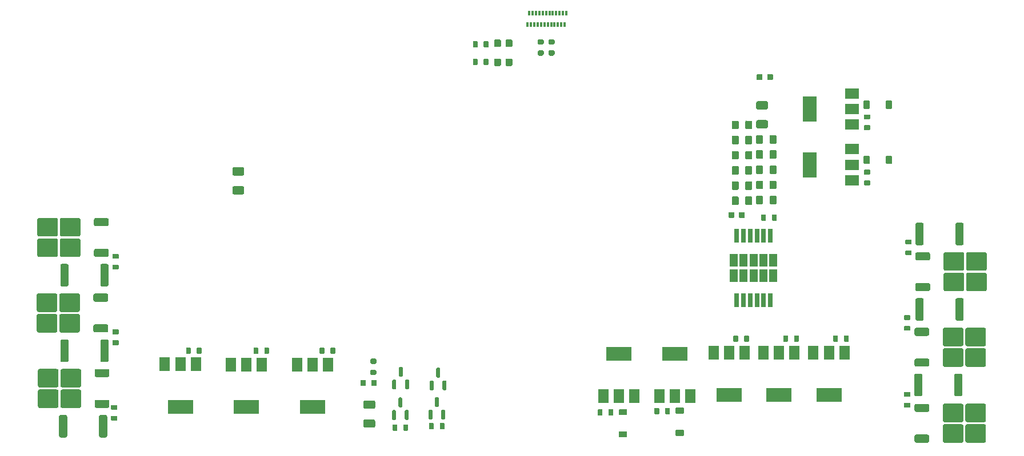
<source format=gtp>
G04 #@! TF.GenerationSoftware,KiCad,Pcbnew,7.0.10-7.0.10~ubuntu22.04.1*
G04 #@! TF.CreationDate,2024-02-03T13:28:10+00:00*
G04 #@! TF.ProjectId,lewycustom,6c657779-6375-4737-946f-6d2e6b696361,rev?*
G04 #@! TF.SameCoordinates,Original*
G04 #@! TF.FileFunction,Paste,Top*
G04 #@! TF.FilePolarity,Positive*
%FSLAX46Y46*%
G04 Gerber Fmt 4.6, Leading zero omitted, Abs format (unit mm)*
G04 Created by KiCad (PCBNEW 7.0.10-7.0.10~ubuntu22.04.1) date 2024-02-03 13:28:10*
%MOMM*%
%LPD*%
G01*
G04 APERTURE LIST*
%ADD10R,1.500000X2.000000*%
%ADD11R,3.800000X2.000000*%
%ADD12R,0.300000X0.700000*%
%ADD13R,1.160000X1.950000*%
%ADD14R,0.650000X2.000000*%
%ADD15R,2.000000X1.500000*%
%ADD16R,2.000000X3.800000*%
G04 APERTURE END LIST*
D10*
G04 #@! TO.C,Q1*
X29300000Y33600000D03*
X27000000Y33600000D03*
X24700000Y33600000D03*
D11*
X27000000Y27300000D03*
G04 #@! TD*
G04 #@! TO.C,C8*
G36*
G01*
X115320000Y60725000D02*
X115320000Y59675000D01*
G75*
G02*
X115220000Y59575000I-100000J0D01*
G01*
X114420000Y59575000D01*
G75*
G02*
X114320000Y59675000I0J100000D01*
G01*
X114320000Y60725000D01*
G75*
G02*
X114420000Y60825000I100000J0D01*
G01*
X115220000Y60825000D01*
G75*
G02*
X115320000Y60725000I0J-100000D01*
G01*
G37*
G36*
G01*
X113320000Y60725000D02*
X113320000Y59675000D01*
G75*
G02*
X113220000Y59575000I-100000J0D01*
G01*
X112420000Y59575000D01*
G75*
G02*
X112320000Y59675000I0J100000D01*
G01*
X112320000Y60725000D01*
G75*
G02*
X112420000Y60825000I100000J0D01*
G01*
X113220000Y60825000D01*
G75*
G02*
X113320000Y60725000I0J-100000D01*
G01*
G37*
G04 #@! TD*
G04 #@! TO.C,D5*
G36*
G01*
X64400000Y29725000D02*
X64100000Y29725000D01*
G75*
G02*
X63950000Y29875000I0J150000D01*
G01*
X63950000Y31050000D01*
G75*
G02*
X64100000Y31200000I150000J0D01*
G01*
X64400000Y31200000D01*
G75*
G02*
X64550000Y31050000I0J-150000D01*
G01*
X64550000Y29875000D01*
G75*
G02*
X64400000Y29725000I-150000J0D01*
G01*
G37*
G36*
G01*
X65350000Y31600000D02*
X65050000Y31600000D01*
G75*
G02*
X64900000Y31750000I0J150000D01*
G01*
X64900000Y32925000D01*
G75*
G02*
X65050000Y33075000I150000J0D01*
G01*
X65350000Y33075000D01*
G75*
G02*
X65500000Y32925000I0J-150000D01*
G01*
X65500000Y31750000D01*
G75*
G02*
X65350000Y31600000I-150000J0D01*
G01*
G37*
G36*
G01*
X66300000Y29725000D02*
X66000000Y29725000D01*
G75*
G02*
X65850000Y29875000I0J150000D01*
G01*
X65850000Y31050000D01*
G75*
G02*
X66000000Y31200000I150000J0D01*
G01*
X66300000Y31200000D01*
G75*
G02*
X66450000Y31050000I0J-150000D01*
G01*
X66450000Y29875000D01*
G75*
G02*
X66300000Y29725000I-150000J0D01*
G01*
G37*
G04 #@! TD*
G04 #@! TO.C,R22*
G36*
G01*
X16375000Y37025000D02*
X16375000Y34175000D01*
G75*
G02*
X16125000Y33925000I-250000J0D01*
G01*
X15400000Y33925000D01*
G75*
G02*
X15150000Y34175000I0J250000D01*
G01*
X15150000Y37025000D01*
G75*
G02*
X15400000Y37275000I250000J0D01*
G01*
X16125000Y37275000D01*
G75*
G02*
X16375000Y37025000I0J-250000D01*
G01*
G37*
G36*
G01*
X10450000Y37025000D02*
X10450000Y34175000D01*
G75*
G02*
X10200000Y33925000I-250000J0D01*
G01*
X9475000Y33925000D01*
G75*
G02*
X9225000Y34175000I0J250000D01*
G01*
X9225000Y37025000D01*
G75*
G02*
X9475000Y37275000I250000J0D01*
G01*
X10200000Y37275000D01*
G75*
G02*
X10450000Y37025000I0J-250000D01*
G01*
G37*
G04 #@! TD*
G04 #@! TO.C,R5*
G36*
G01*
X115370000Y55740000D02*
X115370000Y54960000D01*
G75*
G02*
X115300000Y54890000I-70000J0D01*
G01*
X114740000Y54890000D01*
G75*
G02*
X114670000Y54960000I0J70000D01*
G01*
X114670000Y55740000D01*
G75*
G02*
X114740000Y55810000I70000J0D01*
G01*
X115300000Y55810000D01*
G75*
G02*
X115370000Y55740000I0J-70000D01*
G01*
G37*
G36*
G01*
X113770000Y55740000D02*
X113770000Y54960000D01*
G75*
G02*
X113700000Y54890000I-70000J0D01*
G01*
X113140000Y54890000D01*
G75*
G02*
X113070000Y54960000I0J70000D01*
G01*
X113070000Y55740000D01*
G75*
G02*
X113140000Y55810000I70000J0D01*
G01*
X113700000Y55810000D01*
G75*
G02*
X113770000Y55740000I0J-70000D01*
G01*
G37*
G04 #@! TD*
G04 #@! TO.C,D6*
G36*
G01*
X58850000Y29862500D02*
X58550000Y29862500D01*
G75*
G02*
X58400000Y30012500I0J150000D01*
G01*
X58400000Y31187500D01*
G75*
G02*
X58550000Y31337500I150000J0D01*
G01*
X58850000Y31337500D01*
G75*
G02*
X59000000Y31187500I0J-150000D01*
G01*
X59000000Y30012500D01*
G75*
G02*
X58850000Y29862500I-150000J0D01*
G01*
G37*
G36*
G01*
X59800000Y31737500D02*
X59500000Y31737500D01*
G75*
G02*
X59350000Y31887500I0J150000D01*
G01*
X59350000Y33062500D01*
G75*
G02*
X59500000Y33212500I150000J0D01*
G01*
X59800000Y33212500D01*
G75*
G02*
X59950000Y33062500I0J-150000D01*
G01*
X59950000Y31887500D01*
G75*
G02*
X59800000Y31737500I-150000J0D01*
G01*
G37*
G36*
G01*
X60750000Y29862500D02*
X60450000Y29862500D01*
G75*
G02*
X60300000Y30012500I0J150000D01*
G01*
X60300000Y31187500D01*
G75*
G02*
X60450000Y31337500I150000J0D01*
G01*
X60750000Y31337500D01*
G75*
G02*
X60900000Y31187500I0J-150000D01*
G01*
X60900000Y30012500D01*
G75*
G02*
X60750000Y29862500I-150000J0D01*
G01*
G37*
G04 #@! TD*
G04 #@! TO.C,R4*
G36*
G01*
X80675000Y79375000D02*
X80125000Y79375000D01*
G75*
G02*
X79925000Y79575000I0J200000D01*
G01*
X79925000Y79975000D01*
G75*
G02*
X80125000Y80175000I200000J0D01*
G01*
X80675000Y80175000D01*
G75*
G02*
X80875000Y79975000I0J-200000D01*
G01*
X80875000Y79575000D01*
G75*
G02*
X80675000Y79375000I-200000J0D01*
G01*
G37*
G36*
G01*
X80675000Y81025000D02*
X80125000Y81025000D01*
G75*
G02*
X79925000Y81225000I0J200000D01*
G01*
X79925000Y81625000D01*
G75*
G02*
X80125000Y81825000I200000J0D01*
G01*
X80675000Y81825000D01*
G75*
G02*
X80875000Y81625000I0J-200000D01*
G01*
X80875000Y81225000D01*
G75*
G02*
X80675000Y81025000I-200000J0D01*
G01*
G37*
G04 #@! TD*
G04 #@! TO.C,D7*
G36*
G01*
X76199999Y78849998D02*
X76199999Y77949998D01*
G75*
G02*
X76099999Y77849998I-100000J0D01*
G01*
X75299999Y77849998D01*
G75*
G02*
X75199999Y77949998I0J100000D01*
G01*
X75199999Y78849998D01*
G75*
G02*
X75299999Y78949998I100000J0D01*
G01*
X76099999Y78949998D01*
G75*
G02*
X76199999Y78849998I0J-100000D01*
G01*
G37*
G36*
G01*
X74499999Y78849998D02*
X74499999Y77949998D01*
G75*
G02*
X74399999Y77849998I-100000J0D01*
G01*
X73599999Y77849998D01*
G75*
G02*
X73499999Y77949998I0J100000D01*
G01*
X73499999Y78849998D01*
G75*
G02*
X73599999Y78949998I100000J0D01*
G01*
X74399999Y78949998D01*
G75*
G02*
X74499999Y78849998I0J-100000D01*
G01*
G37*
G04 #@! TD*
G04 #@! TO.C,C1*
G36*
G01*
X108720000Y68575000D02*
X108720000Y69625000D01*
G75*
G02*
X108820000Y69725000I100000J0D01*
G01*
X109620000Y69725000D01*
G75*
G02*
X109720000Y69625000I0J-100000D01*
G01*
X109720000Y68575000D01*
G75*
G02*
X109620000Y68475000I-100000J0D01*
G01*
X108820000Y68475000D01*
G75*
G02*
X108720000Y68575000I0J100000D01*
G01*
G37*
G36*
G01*
X110720000Y68575000D02*
X110720000Y69625000D01*
G75*
G02*
X110820000Y69725000I100000J0D01*
G01*
X111620000Y69725000D01*
G75*
G02*
X111720000Y69625000I0J-100000D01*
G01*
X111720000Y68575000D01*
G75*
G02*
X111620000Y68475000I-100000J0D01*
G01*
X110820000Y68475000D01*
G75*
G02*
X110720000Y68575000I0J100000D01*
G01*
G37*
G04 #@! TD*
G04 #@! TO.C,C5*
G36*
G01*
X108720000Y59575000D02*
X108720000Y60625000D01*
G75*
G02*
X108820000Y60725000I100000J0D01*
G01*
X109620000Y60725000D01*
G75*
G02*
X109720000Y60625000I0J-100000D01*
G01*
X109720000Y59575000D01*
G75*
G02*
X109620000Y59475000I-100000J0D01*
G01*
X108820000Y59475000D01*
G75*
G02*
X108720000Y59575000I0J100000D01*
G01*
G37*
G36*
G01*
X110720000Y59575000D02*
X110720000Y60625000D01*
G75*
G02*
X110820000Y60725000I100000J0D01*
G01*
X111620000Y60725000D01*
G75*
G02*
X111720000Y60625000I0J-100000D01*
G01*
X111720000Y59575000D01*
G75*
G02*
X111620000Y59475000I-100000J0D01*
G01*
X110820000Y59475000D01*
G75*
G02*
X110720000Y59575000I0J100000D01*
G01*
G37*
G04 #@! TD*
G04 #@! TO.C,R19*
G36*
G01*
X17010000Y38750000D02*
X17790000Y38750000D01*
G75*
G02*
X17860000Y38680000I0J-70000D01*
G01*
X17860000Y38120000D01*
G75*
G02*
X17790000Y38050000I-70000J0D01*
G01*
X17010000Y38050000D01*
G75*
G02*
X16940000Y38120000I0J70000D01*
G01*
X16940000Y38680000D01*
G75*
G02*
X17010000Y38750000I70000J0D01*
G01*
G37*
G36*
G01*
X17010000Y37150000D02*
X17790000Y37150000D01*
G75*
G02*
X17860000Y37080000I0J-70000D01*
G01*
X17860000Y36520000D01*
G75*
G02*
X17790000Y36450000I-70000J0D01*
G01*
X17010000Y36450000D01*
G75*
G02*
X16940000Y36520000I0J70000D01*
G01*
X16940000Y37080000D01*
G75*
G02*
X17010000Y37150000I70000J0D01*
G01*
G37*
G04 #@! TD*
G04 #@! TO.C,R17*
G36*
G01*
X135925000Y51495000D02*
X135925000Y54345000D01*
G75*
G02*
X136175000Y54595000I250000J0D01*
G01*
X136900000Y54595000D01*
G75*
G02*
X137150000Y54345000I0J-250000D01*
G01*
X137150000Y51495000D01*
G75*
G02*
X136900000Y51245000I-250000J0D01*
G01*
X136175000Y51245000D01*
G75*
G02*
X135925000Y51495000I0J250000D01*
G01*
G37*
G36*
G01*
X141850000Y51495000D02*
X141850000Y54345000D01*
G75*
G02*
X142100000Y54595000I250000J0D01*
G01*
X142825000Y54595000D01*
G75*
G02*
X143075000Y54345000I0J-250000D01*
G01*
X143075000Y51495000D01*
G75*
G02*
X142825000Y51245000I-250000J0D01*
G01*
X142100000Y51245000D01*
G75*
G02*
X141850000Y51495000I0J250000D01*
G01*
G37*
G04 #@! TD*
G04 #@! TO.C,R8*
G36*
G01*
X37850000Y35210000D02*
X37850000Y35990000D01*
G75*
G02*
X37920000Y36060000I70000J0D01*
G01*
X38480000Y36060000D01*
G75*
G02*
X38550000Y35990000I0J-70000D01*
G01*
X38550000Y35210000D01*
G75*
G02*
X38480000Y35140000I-70000J0D01*
G01*
X37920000Y35140000D01*
G75*
G02*
X37850000Y35210000I0J70000D01*
G01*
G37*
G36*
G01*
X39450000Y35210000D02*
X39450000Y35990000D01*
G75*
G02*
X39520000Y36060000I70000J0D01*
G01*
X40080000Y36060000D01*
G75*
G02*
X40150000Y35990000I0J-70000D01*
G01*
X40150000Y35210000D01*
G75*
G02*
X40080000Y35140000I-70000J0D01*
G01*
X39520000Y35140000D01*
G75*
G02*
X39450000Y35210000I0J70000D01*
G01*
G37*
G04 #@! TD*
G04 #@! TO.C,C11*
G36*
G01*
X115320000Y67475000D02*
X115320000Y66425000D01*
G75*
G02*
X115220000Y66325000I-100000J0D01*
G01*
X114420000Y66325000D01*
G75*
G02*
X114320000Y66425000I0J100000D01*
G01*
X114320000Y67475000D01*
G75*
G02*
X114420000Y67575000I100000J0D01*
G01*
X115220000Y67575000D01*
G75*
G02*
X115320000Y67475000I0J-100000D01*
G01*
G37*
G36*
G01*
X113320000Y67475000D02*
X113320000Y66425000D01*
G75*
G02*
X113220000Y66325000I-100000J0D01*
G01*
X112420000Y66325000D01*
G75*
G02*
X112320000Y66425000I0J100000D01*
G01*
X112320000Y67475000D01*
G75*
G02*
X112420000Y67575000I100000J0D01*
G01*
X113220000Y67575000D01*
G75*
G02*
X113320000Y67475000I0J-100000D01*
G01*
G37*
G04 #@! TD*
G04 #@! TO.C,R23*
G36*
G01*
X16175000Y25825000D02*
X16175000Y22975000D01*
G75*
G02*
X15925000Y22725000I-250000J0D01*
G01*
X15200000Y22725000D01*
G75*
G02*
X14950000Y22975000I0J250000D01*
G01*
X14950000Y25825000D01*
G75*
G02*
X15200000Y26075000I250000J0D01*
G01*
X15925000Y26075000D01*
G75*
G02*
X16175000Y25825000I0J-250000D01*
G01*
G37*
G36*
G01*
X10250000Y25825000D02*
X10250000Y22975000D01*
G75*
G02*
X10000000Y22725000I-250000J0D01*
G01*
X9275000Y22725000D01*
G75*
G02*
X9025000Y22975000I0J250000D01*
G01*
X9025000Y25825000D01*
G75*
G02*
X9275000Y26075000I250000J0D01*
G01*
X10000000Y26075000D01*
G75*
G02*
X10250000Y25825000I0J-250000D01*
G01*
G37*
G04 #@! TD*
G04 #@! TO.C,R16*
G36*
G01*
X135925000Y40295000D02*
X135925000Y43145000D01*
G75*
G02*
X136175000Y43395000I250000J0D01*
G01*
X136900000Y43395000D01*
G75*
G02*
X137150000Y43145000I0J-250000D01*
G01*
X137150000Y40295000D01*
G75*
G02*
X136900000Y40045000I-250000J0D01*
G01*
X136175000Y40045000D01*
G75*
G02*
X135925000Y40295000I0J250000D01*
G01*
G37*
G36*
G01*
X141850000Y40295000D02*
X141850000Y43145000D01*
G75*
G02*
X142100000Y43395000I250000J0D01*
G01*
X142825000Y43395000D01*
G75*
G02*
X143075000Y43145000I0J-250000D01*
G01*
X143075000Y40295000D01*
G75*
G02*
X142825000Y40045000I-250000J0D01*
G01*
X142100000Y40045000D01*
G75*
G02*
X141850000Y40295000I0J250000D01*
G01*
G37*
G04 #@! TD*
D10*
G04 #@! TO.C,Q4*
X118000000Y35350000D03*
X115700000Y35350000D03*
X113400000Y35350000D03*
D11*
X115700000Y29050000D03*
G04 #@! TD*
G04 #@! TO.C,C3*
G36*
G01*
X108720000Y64075000D02*
X108720000Y65125000D01*
G75*
G02*
X108820000Y65225000I100000J0D01*
G01*
X109620000Y65225000D01*
G75*
G02*
X109720000Y65125000I0J-100000D01*
G01*
X109720000Y64075000D01*
G75*
G02*
X109620000Y63975000I-100000J0D01*
G01*
X108820000Y63975000D01*
G75*
G02*
X108720000Y64075000I0J100000D01*
G01*
G37*
G36*
G01*
X110720000Y64075000D02*
X110720000Y65125000D01*
G75*
G02*
X110820000Y65225000I100000J0D01*
G01*
X111620000Y65225000D01*
G75*
G02*
X111720000Y65125000I0J-100000D01*
G01*
X111720000Y64075000D01*
G75*
G02*
X111620000Y63975000I-100000J0D01*
G01*
X110820000Y63975000D01*
G75*
G02*
X110720000Y64075000I0J100000D01*
G01*
G37*
G04 #@! TD*
D10*
G04 #@! TO.C,Q5*
X48900000Y33550000D03*
X46600000Y33550000D03*
X44300000Y33550000D03*
D11*
X46600000Y27250000D03*
G04 #@! TD*
G04 #@! TO.C,C2*
G36*
G01*
X108720000Y66325000D02*
X108720000Y67375000D01*
G75*
G02*
X108820000Y67475000I100000J0D01*
G01*
X109620000Y67475000D01*
G75*
G02*
X109720000Y67375000I0J-100000D01*
G01*
X109720000Y66325000D01*
G75*
G02*
X109620000Y66225000I-100000J0D01*
G01*
X108820000Y66225000D01*
G75*
G02*
X108720000Y66325000I0J100000D01*
G01*
G37*
G36*
G01*
X110720000Y66325000D02*
X110720000Y67375000D01*
G75*
G02*
X110820000Y67475000I100000J0D01*
G01*
X111620000Y67475000D01*
G75*
G02*
X111720000Y67375000I0J-100000D01*
G01*
X111720000Y66325000D01*
G75*
G02*
X111620000Y66225000I-100000J0D01*
G01*
X110820000Y66225000D01*
G75*
G02*
X110720000Y66325000I0J100000D01*
G01*
G37*
G04 #@! TD*
G04 #@! TO.C,R12*
G36*
G01*
X135090000Y27170000D02*
X134310000Y27170000D01*
G75*
G02*
X134240000Y27240000I0J70000D01*
G01*
X134240000Y27800000D01*
G75*
G02*
X134310000Y27870000I70000J0D01*
G01*
X135090000Y27870000D01*
G75*
G02*
X135160000Y27800000I0J-70000D01*
G01*
X135160000Y27240000D01*
G75*
G02*
X135090000Y27170000I-70000J0D01*
G01*
G37*
G36*
G01*
X135090000Y28770000D02*
X134310000Y28770000D01*
G75*
G02*
X134240000Y28840000I0J70000D01*
G01*
X134240000Y29400000D01*
G75*
G02*
X134310000Y29470000I70000J0D01*
G01*
X135090000Y29470000D01*
G75*
G02*
X135160000Y29400000I0J-70000D01*
G01*
X135160000Y28840000D01*
G75*
G02*
X135090000Y28770000I-70000J0D01*
G01*
G37*
G04 #@! TD*
D10*
G04 #@! TO.C,Q6*
X110600000Y35350000D03*
X108300000Y35350000D03*
X106000000Y35350000D03*
D11*
X108300000Y29050000D03*
G04 #@! TD*
G04 #@! TO.C,Q18*
G36*
G01*
X58800000Y25325000D02*
X58500000Y25325000D01*
G75*
G02*
X58350000Y25475000I0J150000D01*
G01*
X58350000Y26650000D01*
G75*
G02*
X58500000Y26800000I150000J0D01*
G01*
X58800000Y26800000D01*
G75*
G02*
X58950000Y26650000I0J-150000D01*
G01*
X58950000Y25475000D01*
G75*
G02*
X58800000Y25325000I-150000J0D01*
G01*
G37*
G36*
G01*
X59750000Y27200000D02*
X59450000Y27200000D01*
G75*
G02*
X59300000Y27350000I0J150000D01*
G01*
X59300000Y28525000D01*
G75*
G02*
X59450000Y28675000I150000J0D01*
G01*
X59750000Y28675000D01*
G75*
G02*
X59900000Y28525000I0J-150000D01*
G01*
X59900000Y27350000D01*
G75*
G02*
X59750000Y27200000I-150000J0D01*
G01*
G37*
G36*
G01*
X60700000Y25325000D02*
X60400000Y25325000D01*
G75*
G02*
X60250000Y25475000I0J150000D01*
G01*
X60250000Y26650000D01*
G75*
G02*
X60400000Y26800000I150000J0D01*
G01*
X60700000Y26800000D01*
G75*
G02*
X60850000Y26650000I0J-150000D01*
G01*
X60850000Y25475000D01*
G75*
G02*
X60700000Y25325000I-150000J0D01*
G01*
G37*
G04 #@! TD*
G04 #@! TO.C,Q9*
G36*
G01*
X135900000Y49250000D02*
X135900000Y49950000D01*
G75*
G02*
X136150000Y50200000I250000J0D01*
G01*
X137850000Y50200000D01*
G75*
G02*
X138100000Y49950000I0J-250000D01*
G01*
X138100000Y49250000D01*
G75*
G02*
X137850000Y49000000I-250000J0D01*
G01*
X136150000Y49000000D01*
G75*
G02*
X135900000Y49250000I0J250000D01*
G01*
G37*
G36*
G01*
X140100000Y47720000D02*
X140100000Y49970000D01*
G75*
G02*
X140350000Y50220000I250000J0D01*
G01*
X142900000Y50220000D01*
G75*
G02*
X143150000Y49970000I0J-250000D01*
G01*
X143150000Y47720000D01*
G75*
G02*
X142900000Y47470000I-250000J0D01*
G01*
X140350000Y47470000D01*
G75*
G02*
X140100000Y47720000I0J250000D01*
G01*
G37*
G36*
G01*
X140100000Y44670000D02*
X140100000Y46920000D01*
G75*
G02*
X140350000Y47170000I250000J0D01*
G01*
X142900000Y47170000D01*
G75*
G02*
X143150000Y46920000I0J-250000D01*
G01*
X143150000Y44670000D01*
G75*
G02*
X142900000Y44420000I-250000J0D01*
G01*
X140350000Y44420000D01*
G75*
G02*
X140100000Y44670000I0J250000D01*
G01*
G37*
G36*
G01*
X143450000Y47720000D02*
X143450000Y49970000D01*
G75*
G02*
X143700000Y50220000I250000J0D01*
G01*
X146250000Y50220000D01*
G75*
G02*
X146500000Y49970000I0J-250000D01*
G01*
X146500000Y47720000D01*
G75*
G02*
X146250000Y47470000I-250000J0D01*
G01*
X143700000Y47470000D01*
G75*
G02*
X143450000Y47720000I0J250000D01*
G01*
G37*
G36*
G01*
X143450000Y44670000D02*
X143450000Y46920000D01*
G75*
G02*
X143700000Y47170000I250000J0D01*
G01*
X146250000Y47170000D01*
G75*
G02*
X146500000Y46920000I0J-250000D01*
G01*
X146500000Y44670000D01*
G75*
G02*
X146250000Y44420000I-250000J0D01*
G01*
X143700000Y44420000D01*
G75*
G02*
X143450000Y44670000I0J250000D01*
G01*
G37*
G36*
G01*
X135900000Y44690000D02*
X135900000Y45390000D01*
G75*
G02*
X136150000Y45640000I250000J0D01*
G01*
X137850000Y45640000D01*
G75*
G02*
X138100000Y45390000I0J-250000D01*
G01*
X138100000Y44690000D01*
G75*
G02*
X137850000Y44440000I-250000J0D01*
G01*
X136150000Y44440000D01*
G75*
G02*
X135900000Y44690000I0J250000D01*
G01*
G37*
G04 #@! TD*
D12*
G04 #@! TO.C,J3*
X83950000Y83980000D03*
X83450000Y83980000D03*
X82950000Y83980000D03*
X82450000Y83980000D03*
X81950000Y83980000D03*
X81450000Y83980000D03*
X80950000Y83980000D03*
X80450000Y83980000D03*
X79950000Y83980000D03*
X79450000Y83980000D03*
X78950000Y83980000D03*
X78450000Y83980000D03*
X78700000Y85680000D03*
X79200000Y85680000D03*
X79700000Y85680000D03*
X80200000Y85680000D03*
X80700000Y85680000D03*
X81200000Y85680000D03*
X81700000Y85680000D03*
X82200000Y85680000D03*
X82700000Y85680000D03*
X83200000Y85680000D03*
X83700000Y85680000D03*
X84200000Y85680000D03*
G04 #@! TD*
G04 #@! TO.C,R26*
G36*
G01*
X128360000Y62450000D02*
X129140000Y62450000D01*
G75*
G02*
X129210000Y62380000I0J-70000D01*
G01*
X129210000Y61820000D01*
G75*
G02*
X129140000Y61750000I-70000J0D01*
G01*
X128360000Y61750000D01*
G75*
G02*
X128290000Y61820000I0J70000D01*
G01*
X128290000Y62380000D01*
G75*
G02*
X128360000Y62450000I70000J0D01*
G01*
G37*
G36*
G01*
X128360000Y60850000D02*
X129140000Y60850000D01*
G75*
G02*
X129210000Y60780000I0J-70000D01*
G01*
X129210000Y60220000D01*
G75*
G02*
X129140000Y60150000I-70000J0D01*
G01*
X128360000Y60150000D01*
G75*
G02*
X128290000Y60220000I0J70000D01*
G01*
X128290000Y60780000D01*
G75*
G02*
X128360000Y60850000I70000J0D01*
G01*
G37*
G04 #@! TD*
G04 #@! TO.C,R13*
G36*
G01*
X135090000Y38570000D02*
X134310000Y38570000D01*
G75*
G02*
X134240000Y38640000I0J70000D01*
G01*
X134240000Y39200000D01*
G75*
G02*
X134310000Y39270000I70000J0D01*
G01*
X135090000Y39270000D01*
G75*
G02*
X135160000Y39200000I0J-70000D01*
G01*
X135160000Y38640000D01*
G75*
G02*
X135090000Y38570000I-70000J0D01*
G01*
G37*
G36*
G01*
X135090000Y40170000D02*
X134310000Y40170000D01*
G75*
G02*
X134240000Y40240000I0J70000D01*
G01*
X134240000Y40800000D01*
G75*
G02*
X134310000Y40870000I70000J0D01*
G01*
X135090000Y40870000D01*
G75*
G02*
X135160000Y40800000I0J-70000D01*
G01*
X135160000Y40240000D01*
G75*
G02*
X135090000Y40170000I-70000J0D01*
G01*
G37*
G04 #@! TD*
G04 #@! TO.C,D4*
G36*
G01*
X128250000Y71590000D02*
X128250000Y72610000D01*
G75*
G02*
X128340000Y72700000I90000J0D01*
G01*
X129060000Y72700000D01*
G75*
G02*
X129150000Y72610000I0J-90000D01*
G01*
X129150000Y71590000D01*
G75*
G02*
X129060000Y71500000I-90000J0D01*
G01*
X128340000Y71500000D01*
G75*
G02*
X128250000Y71590000I0J90000D01*
G01*
G37*
G36*
G01*
X131550000Y71590000D02*
X131550000Y72610000D01*
G75*
G02*
X131640000Y72700000I90000J0D01*
G01*
X132360000Y72700000D01*
G75*
G02*
X132450000Y72610000I0J-90000D01*
G01*
X132450000Y71590000D01*
G75*
G02*
X132360000Y71500000I-90000J0D01*
G01*
X131640000Y71500000D01*
G75*
G02*
X131550000Y71590000I0J90000D01*
G01*
G37*
G04 #@! TD*
G04 #@! TO.C,Q7*
G36*
G01*
X135775000Y26775000D02*
X135775000Y27475000D01*
G75*
G02*
X136025000Y27725000I250000J0D01*
G01*
X137725000Y27725000D01*
G75*
G02*
X137975000Y27475000I0J-250000D01*
G01*
X137975000Y26775000D01*
G75*
G02*
X137725000Y26525000I-250000J0D01*
G01*
X136025000Y26525000D01*
G75*
G02*
X135775000Y26775000I0J250000D01*
G01*
G37*
G36*
G01*
X139975000Y25245000D02*
X139975000Y27495000D01*
G75*
G02*
X140225000Y27745000I250000J0D01*
G01*
X142775000Y27745000D01*
G75*
G02*
X143025000Y27495000I0J-250000D01*
G01*
X143025000Y25245000D01*
G75*
G02*
X142775000Y24995000I-250000J0D01*
G01*
X140225000Y24995000D01*
G75*
G02*
X139975000Y25245000I0J250000D01*
G01*
G37*
G36*
G01*
X139975000Y22195000D02*
X139975000Y24445000D01*
G75*
G02*
X140225000Y24695000I250000J0D01*
G01*
X142775000Y24695000D01*
G75*
G02*
X143025000Y24445000I0J-250000D01*
G01*
X143025000Y22195000D01*
G75*
G02*
X142775000Y21945000I-250000J0D01*
G01*
X140225000Y21945000D01*
G75*
G02*
X139975000Y22195000I0J250000D01*
G01*
G37*
G36*
G01*
X143325000Y25245000D02*
X143325000Y27495000D01*
G75*
G02*
X143575000Y27745000I250000J0D01*
G01*
X146125000Y27745000D01*
G75*
G02*
X146375000Y27495000I0J-250000D01*
G01*
X146375000Y25245000D01*
G75*
G02*
X146125000Y24995000I-250000J0D01*
G01*
X143575000Y24995000D01*
G75*
G02*
X143325000Y25245000I0J250000D01*
G01*
G37*
G36*
G01*
X143325000Y22195000D02*
X143325000Y24445000D01*
G75*
G02*
X143575000Y24695000I250000J0D01*
G01*
X146125000Y24695000D01*
G75*
G02*
X146375000Y24445000I0J-250000D01*
G01*
X146375000Y22195000D01*
G75*
G02*
X146125000Y21945000I-250000J0D01*
G01*
X143575000Y21945000D01*
G75*
G02*
X143325000Y22195000I0J250000D01*
G01*
G37*
G36*
G01*
X135775000Y22215000D02*
X135775000Y22915000D01*
G75*
G02*
X136025000Y23165000I250000J0D01*
G01*
X137725000Y23165000D01*
G75*
G02*
X137975000Y22915000I0J-250000D01*
G01*
X137975000Y22215000D01*
G75*
G02*
X137725000Y21965000I-250000J0D01*
G01*
X136025000Y21965000D01*
G75*
G02*
X135775000Y22215000I0J250000D01*
G01*
G37*
G04 #@! TD*
G04 #@! TO.C,R25*
G36*
G01*
X99550000Y27040000D02*
X99550000Y26260000D01*
G75*
G02*
X99480000Y26190000I-70000J0D01*
G01*
X98920000Y26190000D01*
G75*
G02*
X98850000Y26260000I0J70000D01*
G01*
X98850000Y27040000D01*
G75*
G02*
X98920000Y27110000I70000J0D01*
G01*
X99480000Y27110000D01*
G75*
G02*
X99550000Y27040000I0J-70000D01*
G01*
G37*
G36*
G01*
X97950000Y27040000D02*
X97950000Y26260000D01*
G75*
G02*
X97880000Y26190000I-70000J0D01*
G01*
X97320000Y26190000D01*
G75*
G02*
X97250000Y26260000I0J70000D01*
G01*
X97250000Y27040000D01*
G75*
G02*
X97320000Y27110000I70000J0D01*
G01*
X97880000Y27110000D01*
G75*
G02*
X97950000Y27040000I0J-70000D01*
G01*
G37*
G04 #@! TD*
G04 #@! TO.C,R30*
G36*
G01*
X72650000Y78840000D02*
X72650000Y78060000D01*
G75*
G02*
X72580000Y77990000I-70000J0D01*
G01*
X72020000Y77990000D01*
G75*
G02*
X71950000Y78060000I0J70000D01*
G01*
X71950000Y78840000D01*
G75*
G02*
X72020000Y78910000I70000J0D01*
G01*
X72580000Y78910000D01*
G75*
G02*
X72650000Y78840000I0J-70000D01*
G01*
G37*
G36*
G01*
X71050000Y78840000D02*
X71050000Y78060000D01*
G75*
G02*
X70980000Y77990000I-70000J0D01*
G01*
X70420000Y77990000D01*
G75*
G02*
X70350000Y78060000I0J70000D01*
G01*
X70350000Y78840000D01*
G75*
G02*
X70420000Y78910000I70000J0D01*
G01*
X70980000Y78910000D01*
G75*
G02*
X71050000Y78840000I0J-70000D01*
G01*
G37*
G04 #@! TD*
D13*
G04 #@! TO.C,U2*
X114860000Y49000000D03*
X113400000Y49000000D03*
X111940000Y49000000D03*
X110480000Y49000000D03*
X109020000Y49000000D03*
X114860000Y46750000D03*
X113400000Y46750000D03*
X111940000Y46750000D03*
X110480000Y46750000D03*
X109020000Y46750000D03*
D14*
X114440000Y52675000D03*
X113440000Y52675000D03*
X112440000Y52675000D03*
X111440000Y52675000D03*
X110440000Y52675000D03*
X109440000Y52675000D03*
X109440000Y43075000D03*
X110440000Y43075000D03*
X111440000Y43075000D03*
X112440000Y43075000D03*
X113440000Y43075000D03*
X114440000Y43075000D03*
G04 #@! TD*
G04 #@! TO.C,R6*
G36*
G01*
X27850000Y35210000D02*
X27850000Y35990000D01*
G75*
G02*
X27920000Y36060000I70000J0D01*
G01*
X28480000Y36060000D01*
G75*
G02*
X28550000Y35990000I0J-70000D01*
G01*
X28550000Y35210000D01*
G75*
G02*
X28480000Y35140000I-70000J0D01*
G01*
X27920000Y35140000D01*
G75*
G02*
X27850000Y35210000I0J70000D01*
G01*
G37*
G36*
G01*
X29450000Y35210000D02*
X29450000Y35990000D01*
G75*
G02*
X29520000Y36060000I70000J0D01*
G01*
X30080000Y36060000D01*
G75*
G02*
X30150000Y35990000I0J-70000D01*
G01*
X30150000Y35210000D01*
G75*
G02*
X30080000Y35140000I-70000J0D01*
G01*
X29520000Y35140000D01*
G75*
G02*
X29450000Y35210000I0J70000D01*
G01*
G37*
G04 #@! TD*
G04 #@! TO.C,Q11*
G36*
G01*
X16325000Y39270000D02*
X16325000Y38570000D01*
G75*
G02*
X16075000Y38320000I-250000J0D01*
G01*
X14375000Y38320000D01*
G75*
G02*
X14125000Y38570000I0J250000D01*
G01*
X14125000Y39270000D01*
G75*
G02*
X14375000Y39520000I250000J0D01*
G01*
X16075000Y39520000D01*
G75*
G02*
X16325000Y39270000I0J-250000D01*
G01*
G37*
G36*
G01*
X12125000Y40800000D02*
X12125000Y38550000D01*
G75*
G02*
X11875000Y38300000I-250000J0D01*
G01*
X9325000Y38300000D01*
G75*
G02*
X9075000Y38550000I0J250000D01*
G01*
X9075000Y40800000D01*
G75*
G02*
X9325000Y41050000I250000J0D01*
G01*
X11875000Y41050000D01*
G75*
G02*
X12125000Y40800000I0J-250000D01*
G01*
G37*
G36*
G01*
X12125000Y43850000D02*
X12125000Y41600000D01*
G75*
G02*
X11875000Y41350000I-250000J0D01*
G01*
X9325000Y41350000D01*
G75*
G02*
X9075000Y41600000I0J250000D01*
G01*
X9075000Y43850000D01*
G75*
G02*
X9325000Y44100000I250000J0D01*
G01*
X11875000Y44100000D01*
G75*
G02*
X12125000Y43850000I0J-250000D01*
G01*
G37*
G36*
G01*
X8775000Y40800000D02*
X8775000Y38550000D01*
G75*
G02*
X8525000Y38300000I-250000J0D01*
G01*
X5975000Y38300000D01*
G75*
G02*
X5725000Y38550000I0J250000D01*
G01*
X5725000Y40800000D01*
G75*
G02*
X5975000Y41050000I250000J0D01*
G01*
X8525000Y41050000D01*
G75*
G02*
X8775000Y40800000I0J-250000D01*
G01*
G37*
G36*
G01*
X8775000Y43850000D02*
X8775000Y41600000D01*
G75*
G02*
X8525000Y41350000I-250000J0D01*
G01*
X5975000Y41350000D01*
G75*
G02*
X5725000Y41600000I0J250000D01*
G01*
X5725000Y43850000D01*
G75*
G02*
X5975000Y44100000I250000J0D01*
G01*
X8525000Y44100000D01*
G75*
G02*
X8775000Y43850000I0J-250000D01*
G01*
G37*
G36*
G01*
X16325000Y43830000D02*
X16325000Y43130000D01*
G75*
G02*
X16075000Y42880000I-250000J0D01*
G01*
X14375000Y42880000D01*
G75*
G02*
X14125000Y43130000I0J250000D01*
G01*
X14125000Y43830000D01*
G75*
G02*
X14375000Y44080000I250000J0D01*
G01*
X16075000Y44080000D01*
G75*
G02*
X16325000Y43830000I0J-250000D01*
G01*
G37*
G04 #@! TD*
D10*
G04 #@! TO.C,Q2*
X125400000Y35350000D03*
X123100000Y35350000D03*
X120800000Y35350000D03*
D11*
X123100000Y29050000D03*
G04 #@! TD*
G04 #@! TO.C,R24*
G36*
G01*
X91150000Y26840000D02*
X91150000Y26060000D01*
G75*
G02*
X91080000Y25990000I-70000J0D01*
G01*
X90520000Y25990000D01*
G75*
G02*
X90450000Y26060000I0J70000D01*
G01*
X90450000Y26840000D01*
G75*
G02*
X90520000Y26910000I70000J0D01*
G01*
X91080000Y26910000D01*
G75*
G02*
X91150000Y26840000I0J-70000D01*
G01*
G37*
G36*
G01*
X89550000Y26840000D02*
X89550000Y26060000D01*
G75*
G02*
X89480000Y25990000I-70000J0D01*
G01*
X88920000Y25990000D01*
G75*
G02*
X88850000Y26060000I0J70000D01*
G01*
X88850000Y26840000D01*
G75*
G02*
X88920000Y26910000I70000J0D01*
G01*
X89480000Y26910000D01*
G75*
G02*
X89550000Y26840000I0J-70000D01*
G01*
G37*
G04 #@! TD*
G04 #@! TO.C,R1*
G36*
G01*
X55325000Y34450000D02*
X55875000Y34450000D01*
G75*
G02*
X56075000Y34250000I0J-200000D01*
G01*
X56075000Y33850000D01*
G75*
G02*
X55875000Y33650000I-200000J0D01*
G01*
X55325000Y33650000D01*
G75*
G02*
X55125000Y33850000I0J200000D01*
G01*
X55125000Y34250000D01*
G75*
G02*
X55325000Y34450000I200000J0D01*
G01*
G37*
G36*
G01*
X55325000Y32800000D02*
X55875000Y32800000D01*
G75*
G02*
X56075000Y32600000I0J-200000D01*
G01*
X56075000Y32200000D01*
G75*
G02*
X55875000Y32000000I-200000J0D01*
G01*
X55325000Y32000000D01*
G75*
G02*
X55125000Y32200000I0J200000D01*
G01*
X55125000Y32600000D01*
G75*
G02*
X55325000Y32800000I200000J0D01*
G01*
G37*
G04 #@! TD*
G04 #@! TO.C,C10*
G36*
G01*
X115320000Y65225000D02*
X115320000Y64175000D01*
G75*
G02*
X115220000Y64075000I-100000J0D01*
G01*
X114420000Y64075000D01*
G75*
G02*
X114320000Y64175000I0J100000D01*
G01*
X114320000Y65225000D01*
G75*
G02*
X114420000Y65325000I100000J0D01*
G01*
X115220000Y65325000D01*
G75*
G02*
X115320000Y65225000I0J-100000D01*
G01*
G37*
G36*
G01*
X113320000Y65225000D02*
X113320000Y64175000D01*
G75*
G02*
X113220000Y64075000I-100000J0D01*
G01*
X112420000Y64075000D01*
G75*
G02*
X112320000Y64175000I0J100000D01*
G01*
X112320000Y65225000D01*
G75*
G02*
X112420000Y65325000I100000J0D01*
G01*
X113220000Y65325000D01*
G75*
G02*
X113320000Y65225000I0J-100000D01*
G01*
G37*
G04 #@! TD*
G04 #@! TO.C,Q17*
G36*
G01*
X64200000Y25387500D02*
X63900000Y25387500D01*
G75*
G02*
X63750000Y25537500I0J150000D01*
G01*
X63750000Y26712500D01*
G75*
G02*
X63900000Y26862500I150000J0D01*
G01*
X64200000Y26862500D01*
G75*
G02*
X64350000Y26712500I0J-150000D01*
G01*
X64350000Y25537500D01*
G75*
G02*
X64200000Y25387500I-150000J0D01*
G01*
G37*
G36*
G01*
X65150000Y27262500D02*
X64850000Y27262500D01*
G75*
G02*
X64700000Y27412500I0J150000D01*
G01*
X64700000Y28587500D01*
G75*
G02*
X64850000Y28737500I150000J0D01*
G01*
X65150000Y28737500D01*
G75*
G02*
X65300000Y28587500I0J-150000D01*
G01*
X65300000Y27412500D01*
G75*
G02*
X65150000Y27262500I-150000J0D01*
G01*
G37*
G36*
G01*
X66100000Y25387500D02*
X65800000Y25387500D01*
G75*
G02*
X65650000Y25537500I0J150000D01*
G01*
X65650000Y26712500D01*
G75*
G02*
X65800000Y26862500I150000J0D01*
G01*
X66100000Y26862500D01*
G75*
G02*
X66250000Y26712500I0J-150000D01*
G01*
X66250000Y25537500D01*
G75*
G02*
X66100000Y25387500I-150000J0D01*
G01*
G37*
G04 #@! TD*
G04 #@! TO.C,R20*
G36*
G01*
X16810000Y27550000D02*
X17590000Y27550000D01*
G75*
G02*
X17660000Y27480000I0J-70000D01*
G01*
X17660000Y26920000D01*
G75*
G02*
X17590000Y26850000I-70000J0D01*
G01*
X16810000Y26850000D01*
G75*
G02*
X16740000Y26920000I0J70000D01*
G01*
X16740000Y27480000D01*
G75*
G02*
X16810000Y27550000I70000J0D01*
G01*
G37*
G36*
G01*
X16810000Y25950000D02*
X17590000Y25950000D01*
G75*
G02*
X17660000Y25880000I0J-70000D01*
G01*
X17660000Y25320000D01*
G75*
G02*
X17590000Y25250000I-70000J0D01*
G01*
X16810000Y25250000D01*
G75*
G02*
X16740000Y25320000I0J70000D01*
G01*
X16740000Y25880000D01*
G75*
G02*
X16810000Y25950000I70000J0D01*
G01*
G37*
G04 #@! TD*
G04 #@! TO.C,D1*
G36*
G01*
X92090000Y26950000D02*
X93110000Y26950000D01*
G75*
G02*
X93200000Y26860000I0J-90000D01*
G01*
X93200000Y26140000D01*
G75*
G02*
X93110000Y26050000I-90000J0D01*
G01*
X92090000Y26050000D01*
G75*
G02*
X92000000Y26140000I0J90000D01*
G01*
X92000000Y26860000D01*
G75*
G02*
X92090000Y26950000I90000J0D01*
G01*
G37*
G36*
G01*
X92090000Y23650000D02*
X93110000Y23650000D01*
G75*
G02*
X93200000Y23560000I0J-90000D01*
G01*
X93200000Y22840000D01*
G75*
G02*
X93110000Y22750000I-90000J0D01*
G01*
X92090000Y22750000D01*
G75*
G02*
X92000000Y22840000I0J90000D01*
G01*
X92000000Y23560000D01*
G75*
G02*
X92090000Y23650000I90000J0D01*
G01*
G37*
G04 #@! TD*
G04 #@! TO.C,R21*
G36*
G01*
X16375000Y48225000D02*
X16375000Y45375000D01*
G75*
G02*
X16125000Y45125000I-250000J0D01*
G01*
X15400000Y45125000D01*
G75*
G02*
X15150000Y45375000I0J250000D01*
G01*
X15150000Y48225000D01*
G75*
G02*
X15400000Y48475000I250000J0D01*
G01*
X16125000Y48475000D01*
G75*
G02*
X16375000Y48225000I0J-250000D01*
G01*
G37*
G36*
G01*
X10450000Y48225000D02*
X10450000Y45375000D01*
G75*
G02*
X10200000Y45125000I-250000J0D01*
G01*
X9475000Y45125000D01*
G75*
G02*
X9225000Y45375000I0J250000D01*
G01*
X9225000Y48225000D01*
G75*
G02*
X9475000Y48475000I250000J0D01*
G01*
X10200000Y48475000D01*
G75*
G02*
X10450000Y48225000I0J-250000D01*
G01*
G37*
G04 #@! TD*
G04 #@! TO.C,R3*
G36*
G01*
X82275000Y79375000D02*
X81725000Y79375000D01*
G75*
G02*
X81525000Y79575000I0J200000D01*
G01*
X81525000Y79975000D01*
G75*
G02*
X81725000Y80175000I200000J0D01*
G01*
X82275000Y80175000D01*
G75*
G02*
X82475000Y79975000I0J-200000D01*
G01*
X82475000Y79575000D01*
G75*
G02*
X82275000Y79375000I-200000J0D01*
G01*
G37*
G36*
G01*
X82275000Y81025000D02*
X81725000Y81025000D01*
G75*
G02*
X81525000Y81225000I0J200000D01*
G01*
X81525000Y81625000D01*
G75*
G02*
X81725000Y81825000I200000J0D01*
G01*
X82275000Y81825000D01*
G75*
G02*
X82475000Y81625000I0J-200000D01*
G01*
X82475000Y81225000D01*
G75*
G02*
X82275000Y81025000I-200000J0D01*
G01*
G37*
G04 #@! TD*
G04 #@! TO.C,Q12*
G36*
G01*
X16500000Y28070000D02*
X16500000Y27370000D01*
G75*
G02*
X16250000Y27120000I-250000J0D01*
G01*
X14550000Y27120000D01*
G75*
G02*
X14300000Y27370000I0J250000D01*
G01*
X14300000Y28070000D01*
G75*
G02*
X14550000Y28320000I250000J0D01*
G01*
X16250000Y28320000D01*
G75*
G02*
X16500000Y28070000I0J-250000D01*
G01*
G37*
G36*
G01*
X12300000Y29600000D02*
X12300000Y27350000D01*
G75*
G02*
X12050000Y27100000I-250000J0D01*
G01*
X9500000Y27100000D01*
G75*
G02*
X9250000Y27350000I0J250000D01*
G01*
X9250000Y29600000D01*
G75*
G02*
X9500000Y29850000I250000J0D01*
G01*
X12050000Y29850000D01*
G75*
G02*
X12300000Y29600000I0J-250000D01*
G01*
G37*
G36*
G01*
X12300000Y32650000D02*
X12300000Y30400000D01*
G75*
G02*
X12050000Y30150000I-250000J0D01*
G01*
X9500000Y30150000D01*
G75*
G02*
X9250000Y30400000I0J250000D01*
G01*
X9250000Y32650000D01*
G75*
G02*
X9500000Y32900000I250000J0D01*
G01*
X12050000Y32900000D01*
G75*
G02*
X12300000Y32650000I0J-250000D01*
G01*
G37*
G36*
G01*
X8950000Y29600000D02*
X8950000Y27350000D01*
G75*
G02*
X8700000Y27100000I-250000J0D01*
G01*
X6150000Y27100000D01*
G75*
G02*
X5900000Y27350000I0J250000D01*
G01*
X5900000Y29600000D01*
G75*
G02*
X6150000Y29850000I250000J0D01*
G01*
X8700000Y29850000D01*
G75*
G02*
X8950000Y29600000I0J-250000D01*
G01*
G37*
G36*
G01*
X8950000Y32650000D02*
X8950000Y30400000D01*
G75*
G02*
X8700000Y30150000I-250000J0D01*
G01*
X6150000Y30150000D01*
G75*
G02*
X5900000Y30400000I0J250000D01*
G01*
X5900000Y32650000D01*
G75*
G02*
X6150000Y32900000I250000J0D01*
G01*
X8700000Y32900000D01*
G75*
G02*
X8950000Y32650000I0J-250000D01*
G01*
G37*
G36*
G01*
X16500000Y32630000D02*
X16500000Y31930000D01*
G75*
G02*
X16250000Y31680000I-250000J0D01*
G01*
X14550000Y31680000D01*
G75*
G02*
X14300000Y31930000I0J250000D01*
G01*
X14300000Y32630000D01*
G75*
G02*
X14550000Y32880000I250000J0D01*
G01*
X16250000Y32880000D01*
G75*
G02*
X16500000Y32630000I0J-250000D01*
G01*
G37*
G04 #@! TD*
D15*
G04 #@! TO.C,Q16*
X126550000Y69150000D03*
X126550000Y71450000D03*
X126550000Y73750000D03*
D16*
X120250000Y71450000D03*
G04 #@! TD*
D15*
G04 #@! TO.C,Q15*
X126550000Y60900000D03*
X126550000Y63200000D03*
X126550000Y65500000D03*
D16*
X120250000Y63200000D03*
G04 #@! TD*
G04 #@! TO.C,C9*
G36*
G01*
X115320000Y62975000D02*
X115320000Y61925000D01*
G75*
G02*
X115220000Y61825000I-100000J0D01*
G01*
X114420000Y61825000D01*
G75*
G02*
X114320000Y61925000I0J100000D01*
G01*
X114320000Y62975000D01*
G75*
G02*
X114420000Y63075000I100000J0D01*
G01*
X115220000Y63075000D01*
G75*
G02*
X115320000Y62975000I0J-100000D01*
G01*
G37*
G36*
G01*
X113320000Y62975000D02*
X113320000Y61925000D01*
G75*
G02*
X113220000Y61825000I-100000J0D01*
G01*
X112420000Y61825000D01*
G75*
G02*
X112320000Y61925000I0J100000D01*
G01*
X112320000Y62975000D01*
G75*
G02*
X112420000Y63075000I100000J0D01*
G01*
X113220000Y63075000D01*
G75*
G02*
X113320000Y62975000I0J-100000D01*
G01*
G37*
G04 #@! TD*
G04 #@! TO.C,R18*
G36*
G01*
X17010000Y49950000D02*
X17790000Y49950000D01*
G75*
G02*
X17860000Y49880000I0J-70000D01*
G01*
X17860000Y49320000D01*
G75*
G02*
X17790000Y49250000I-70000J0D01*
G01*
X17010000Y49250000D01*
G75*
G02*
X16940000Y49320000I0J70000D01*
G01*
X16940000Y49880000D01*
G75*
G02*
X17010000Y49950000I70000J0D01*
G01*
G37*
G36*
G01*
X17010000Y48350000D02*
X17790000Y48350000D01*
G75*
G02*
X17860000Y48280000I0J-70000D01*
G01*
X17860000Y47720000D01*
G75*
G02*
X17790000Y47650000I-70000J0D01*
G01*
X17010000Y47650000D01*
G75*
G02*
X16940000Y47720000I0J70000D01*
G01*
X16940000Y48280000D01*
G75*
G02*
X17010000Y48350000I70000J0D01*
G01*
G37*
G04 #@! TD*
G04 #@! TO.C,F3*
G36*
G01*
X112575000Y72625000D02*
X113825000Y72625000D01*
G75*
G02*
X114075000Y72375000I0J-250000D01*
G01*
X114075000Y71625000D01*
G75*
G02*
X113825000Y71375000I-250000J0D01*
G01*
X112575000Y71375000D01*
G75*
G02*
X112325000Y71625000I0J250000D01*
G01*
X112325000Y72375000D01*
G75*
G02*
X112575000Y72625000I250000J0D01*
G01*
G37*
G36*
G01*
X112575000Y69825000D02*
X113825000Y69825000D01*
G75*
G02*
X114075000Y69575000I0J-250000D01*
G01*
X114075000Y68825000D01*
G75*
G02*
X113825000Y68575000I-250000J0D01*
G01*
X112575000Y68575000D01*
G75*
G02*
X112325000Y68825000I0J250000D01*
G01*
X112325000Y69575000D01*
G75*
G02*
X112575000Y69825000I250000J0D01*
G01*
G37*
G04 #@! TD*
G04 #@! TO.C,R14*
G36*
G01*
X135290000Y49770000D02*
X134510000Y49770000D01*
G75*
G02*
X134440000Y49840000I0J70000D01*
G01*
X134440000Y50400000D01*
G75*
G02*
X134510000Y50470000I70000J0D01*
G01*
X135290000Y50470000D01*
G75*
G02*
X135360000Y50400000I0J-70000D01*
G01*
X135360000Y49840000D01*
G75*
G02*
X135290000Y49770000I-70000J0D01*
G01*
G37*
G36*
G01*
X135290000Y51370000D02*
X134510000Y51370000D01*
G75*
G02*
X134440000Y51440000I0J70000D01*
G01*
X134440000Y52000000D01*
G75*
G02*
X134510000Y52070000I70000J0D01*
G01*
X135290000Y52070000D01*
G75*
G02*
X135360000Y52000000I0J-70000D01*
G01*
X135360000Y51440000D01*
G75*
G02*
X135290000Y51370000I-70000J0D01*
G01*
G37*
G04 #@! TD*
D10*
G04 #@! TO.C,Q3*
X39100000Y33550000D03*
X36800000Y33550000D03*
X34500000Y33550000D03*
D11*
X36800000Y27250000D03*
G04 #@! TD*
G04 #@! TO.C,R2*
G36*
G01*
X56040000Y31215000D02*
X56040000Y30435000D01*
G75*
G02*
X55970000Y30365000I-70000J0D01*
G01*
X55410000Y30365000D01*
G75*
G02*
X55340000Y30435000I0J70000D01*
G01*
X55340000Y31215000D01*
G75*
G02*
X55410000Y31285000I70000J0D01*
G01*
X55970000Y31285000D01*
G75*
G02*
X56040000Y31215000I0J-70000D01*
G01*
G37*
G36*
G01*
X54440000Y31215000D02*
X54440000Y30435000D01*
G75*
G02*
X54370000Y30365000I-70000J0D01*
G01*
X53810000Y30365000D01*
G75*
G02*
X53740000Y30435000I0J70000D01*
G01*
X53740000Y31215000D01*
G75*
G02*
X53810000Y31285000I70000J0D01*
G01*
X54370000Y31285000D01*
G75*
G02*
X54440000Y31215000I0J-70000D01*
G01*
G37*
G04 #@! TD*
G04 #@! TO.C,C13*
G36*
G01*
X112384999Y75860000D02*
X112384999Y76540000D01*
G75*
G02*
X112469999Y76625000I85000J0D01*
G01*
X113149999Y76625000D01*
G75*
G02*
X113234999Y76540000I0J-85000D01*
G01*
X113234999Y75860000D01*
G75*
G02*
X113149999Y75775000I-85000J0D01*
G01*
X112469999Y75775000D01*
G75*
G02*
X112384999Y75860000I0J85000D01*
G01*
G37*
G36*
G01*
X113965001Y75860000D02*
X113965001Y76540000D01*
G75*
G02*
X114050001Y76625000I85000J0D01*
G01*
X114730001Y76625000D01*
G75*
G02*
X114815001Y76540000I0J-85000D01*
G01*
X114815001Y75860000D01*
G75*
G02*
X114730001Y75775000I-85000J0D01*
G01*
X114050001Y75775000D01*
G75*
G02*
X113965001Y75860000I0J85000D01*
G01*
G37*
G04 #@! TD*
G04 #@! TO.C,R10*
G36*
G01*
X47650000Y35210000D02*
X47650000Y35990000D01*
G75*
G02*
X47720000Y36060000I70000J0D01*
G01*
X48280000Y36060000D01*
G75*
G02*
X48350000Y35990000I0J-70000D01*
G01*
X48350000Y35210000D01*
G75*
G02*
X48280000Y35140000I-70000J0D01*
G01*
X47720000Y35140000D01*
G75*
G02*
X47650000Y35210000I0J70000D01*
G01*
G37*
G36*
G01*
X49250000Y35210000D02*
X49250000Y35990000D01*
G75*
G02*
X49320000Y36060000I70000J0D01*
G01*
X49880000Y36060000D01*
G75*
G02*
X49950000Y35990000I0J-70000D01*
G01*
X49950000Y35210000D01*
G75*
G02*
X49880000Y35140000I-70000J0D01*
G01*
X49320000Y35140000D01*
G75*
G02*
X49250000Y35210000I0J70000D01*
G01*
G37*
G04 #@! TD*
G04 #@! TO.C,R9*
G36*
G01*
X116350000Y37010000D02*
X116350000Y37790000D01*
G75*
G02*
X116420000Y37860000I70000J0D01*
G01*
X116980000Y37860000D01*
G75*
G02*
X117050000Y37790000I0J-70000D01*
G01*
X117050000Y37010000D01*
G75*
G02*
X116980000Y36940000I-70000J0D01*
G01*
X116420000Y36940000D01*
G75*
G02*
X116350000Y37010000I0J70000D01*
G01*
G37*
G36*
G01*
X117950000Y37010000D02*
X117950000Y37790000D01*
G75*
G02*
X118020000Y37860000I70000J0D01*
G01*
X118580000Y37860000D01*
G75*
G02*
X118650000Y37790000I0J-70000D01*
G01*
X118650000Y37010000D01*
G75*
G02*
X118580000Y36940000I-70000J0D01*
G01*
X118020000Y36940000D01*
G75*
G02*
X117950000Y37010000I0J70000D01*
G01*
G37*
G04 #@! TD*
G04 #@! TO.C,C12*
G36*
G01*
X108214999Y55410000D02*
X108214999Y56090000D01*
G75*
G02*
X108299999Y56175000I85000J0D01*
G01*
X108979999Y56175000D01*
G75*
G02*
X109064999Y56090000I0J-85000D01*
G01*
X109064999Y55410000D01*
G75*
G02*
X108979999Y55325000I-85000J0D01*
G01*
X108299999Y55325000D01*
G75*
G02*
X108214999Y55410000I0J85000D01*
G01*
G37*
G36*
G01*
X109795001Y55410000D02*
X109795001Y56090000D01*
G75*
G02*
X109880001Y56175000I85000J0D01*
G01*
X110560001Y56175000D01*
G75*
G02*
X110645001Y56090000I0J-85000D01*
G01*
X110645001Y55410000D01*
G75*
G02*
X110560001Y55325000I-85000J0D01*
G01*
X109880001Y55325000D01*
G75*
G02*
X109795001Y55410000I0J85000D01*
G01*
G37*
G04 #@! TD*
G04 #@! TO.C,D3*
G36*
G01*
X128250000Y63390000D02*
X128250000Y64410000D01*
G75*
G02*
X128340000Y64500000I90000J0D01*
G01*
X129060000Y64500000D01*
G75*
G02*
X129150000Y64410000I0J-90000D01*
G01*
X129150000Y63390000D01*
G75*
G02*
X129060000Y63300000I-90000J0D01*
G01*
X128340000Y63300000D01*
G75*
G02*
X128250000Y63390000I0J90000D01*
G01*
G37*
G36*
G01*
X131550000Y63390000D02*
X131550000Y64410000D01*
G75*
G02*
X131640000Y64500000I90000J0D01*
G01*
X132360000Y64500000D01*
G75*
G02*
X132450000Y64410000I0J-90000D01*
G01*
X132450000Y63390000D01*
G75*
G02*
X132360000Y63300000I-90000J0D01*
G01*
X131640000Y63300000D01*
G75*
G02*
X131550000Y63390000I0J90000D01*
G01*
G37*
G04 #@! TD*
G04 #@! TO.C,F2*
G36*
G01*
X55625000Y24175000D02*
X54375000Y24175000D01*
G75*
G02*
X54125000Y24425000I0J250000D01*
G01*
X54125000Y25175000D01*
G75*
G02*
X54375000Y25425000I250000J0D01*
G01*
X55625000Y25425000D01*
G75*
G02*
X55875000Y25175000I0J-250000D01*
G01*
X55875000Y24425000D01*
G75*
G02*
X55625000Y24175000I-250000J0D01*
G01*
G37*
G36*
G01*
X55625000Y26975000D02*
X54375000Y26975000D01*
G75*
G02*
X54125000Y27225000I0J250000D01*
G01*
X54125000Y27975000D01*
G75*
G02*
X54375000Y28225000I250000J0D01*
G01*
X55625000Y28225000D01*
G75*
G02*
X55875000Y27975000I0J-250000D01*
G01*
X55875000Y27225000D01*
G75*
G02*
X55625000Y26975000I-250000J0D01*
G01*
G37*
G04 #@! TD*
G04 #@! TO.C,F1*
G36*
G01*
X36225000Y58775000D02*
X34975000Y58775000D01*
G75*
G02*
X34725000Y59025000I0J250000D01*
G01*
X34725000Y59775000D01*
G75*
G02*
X34975000Y60025000I250000J0D01*
G01*
X36225000Y60025000D01*
G75*
G02*
X36475000Y59775000I0J-250000D01*
G01*
X36475000Y59025000D01*
G75*
G02*
X36225000Y58775000I-250000J0D01*
G01*
G37*
G36*
G01*
X36225000Y61575000D02*
X34975000Y61575000D01*
G75*
G02*
X34725000Y61825000I0J250000D01*
G01*
X34725000Y62575000D01*
G75*
G02*
X34975000Y62825000I250000J0D01*
G01*
X36225000Y62825000D01*
G75*
G02*
X36475000Y62575000I0J-250000D01*
G01*
X36475000Y61825000D01*
G75*
G02*
X36225000Y61575000I-250000J0D01*
G01*
G37*
G04 #@! TD*
G04 #@! TO.C,R15*
G36*
G01*
X135725000Y29095000D02*
X135725000Y31945000D01*
G75*
G02*
X135975000Y32195000I250000J0D01*
G01*
X136700000Y32195000D01*
G75*
G02*
X136950000Y31945000I0J-250000D01*
G01*
X136950000Y29095000D01*
G75*
G02*
X136700000Y28845000I-250000J0D01*
G01*
X135975000Y28845000D01*
G75*
G02*
X135725000Y29095000I0J250000D01*
G01*
G37*
G36*
G01*
X141650000Y29095000D02*
X141650000Y31945000D01*
G75*
G02*
X141900000Y32195000I250000J0D01*
G01*
X142625000Y32195000D01*
G75*
G02*
X142875000Y31945000I0J-250000D01*
G01*
X142875000Y29095000D01*
G75*
G02*
X142625000Y28845000I-250000J0D01*
G01*
X141900000Y28845000D01*
G75*
G02*
X141650000Y29095000I0J250000D01*
G01*
G37*
G04 #@! TD*
G04 #@! TO.C,Q8*
G36*
G01*
X135775000Y38050000D02*
X135775000Y38750000D01*
G75*
G02*
X136025000Y39000000I250000J0D01*
G01*
X137725000Y39000000D01*
G75*
G02*
X137975000Y38750000I0J-250000D01*
G01*
X137975000Y38050000D01*
G75*
G02*
X137725000Y37800000I-250000J0D01*
G01*
X136025000Y37800000D01*
G75*
G02*
X135775000Y38050000I0J250000D01*
G01*
G37*
G36*
G01*
X139975000Y36520000D02*
X139975000Y38770000D01*
G75*
G02*
X140225000Y39020000I250000J0D01*
G01*
X142775000Y39020000D01*
G75*
G02*
X143025000Y38770000I0J-250000D01*
G01*
X143025000Y36520000D01*
G75*
G02*
X142775000Y36270000I-250000J0D01*
G01*
X140225000Y36270000D01*
G75*
G02*
X139975000Y36520000I0J250000D01*
G01*
G37*
G36*
G01*
X139975000Y33470000D02*
X139975000Y35720000D01*
G75*
G02*
X140225000Y35970000I250000J0D01*
G01*
X142775000Y35970000D01*
G75*
G02*
X143025000Y35720000I0J-250000D01*
G01*
X143025000Y33470000D01*
G75*
G02*
X142775000Y33220000I-250000J0D01*
G01*
X140225000Y33220000D01*
G75*
G02*
X139975000Y33470000I0J250000D01*
G01*
G37*
G36*
G01*
X143325000Y36520000D02*
X143325000Y38770000D01*
G75*
G02*
X143575000Y39020000I250000J0D01*
G01*
X146125000Y39020000D01*
G75*
G02*
X146375000Y38770000I0J-250000D01*
G01*
X146375000Y36520000D01*
G75*
G02*
X146125000Y36270000I-250000J0D01*
G01*
X143575000Y36270000D01*
G75*
G02*
X143325000Y36520000I0J250000D01*
G01*
G37*
G36*
G01*
X143325000Y33470000D02*
X143325000Y35720000D01*
G75*
G02*
X143575000Y35970000I250000J0D01*
G01*
X146125000Y35970000D01*
G75*
G02*
X146375000Y35720000I0J-250000D01*
G01*
X146375000Y33470000D01*
G75*
G02*
X146125000Y33220000I-250000J0D01*
G01*
X143575000Y33220000D01*
G75*
G02*
X143325000Y33470000I0J250000D01*
G01*
G37*
G36*
G01*
X135775000Y33490000D02*
X135775000Y34190000D01*
G75*
G02*
X136025000Y34440000I250000J0D01*
G01*
X137725000Y34440000D01*
G75*
G02*
X137975000Y34190000I0J-250000D01*
G01*
X137975000Y33490000D01*
G75*
G02*
X137725000Y33240000I-250000J0D01*
G01*
X136025000Y33240000D01*
G75*
G02*
X135775000Y33490000I0J250000D01*
G01*
G37*
G04 #@! TD*
G04 #@! TO.C,D8*
G36*
G01*
X76199999Y81649998D02*
X76199999Y80749998D01*
G75*
G02*
X76099999Y80649998I-100000J0D01*
G01*
X75299999Y80649998D01*
G75*
G02*
X75199999Y80749998I0J100000D01*
G01*
X75199999Y81649998D01*
G75*
G02*
X75299999Y81749998I100000J0D01*
G01*
X76099999Y81749998D01*
G75*
G02*
X76199999Y81649998I0J-100000D01*
G01*
G37*
G36*
G01*
X74499999Y81649998D02*
X74499999Y80749998D01*
G75*
G02*
X74399999Y80649998I-100000J0D01*
G01*
X73599999Y80649998D01*
G75*
G02*
X73499999Y80749998I0J100000D01*
G01*
X73499999Y81649998D01*
G75*
G02*
X73599999Y81749998I100000J0D01*
G01*
X74399999Y81749998D01*
G75*
G02*
X74499999Y81649998I0J-100000D01*
G01*
G37*
G04 #@! TD*
G04 #@! TO.C,C6*
G36*
G01*
X108720000Y57325000D02*
X108720000Y58375000D01*
G75*
G02*
X108820000Y58475000I100000J0D01*
G01*
X109620000Y58475000D01*
G75*
G02*
X109720000Y58375000I0J-100000D01*
G01*
X109720000Y57325000D01*
G75*
G02*
X109620000Y57225000I-100000J0D01*
G01*
X108820000Y57225000D01*
G75*
G02*
X108720000Y57325000I0J100000D01*
G01*
G37*
G36*
G01*
X110720000Y57325000D02*
X110720000Y58375000D01*
G75*
G02*
X110820000Y58475000I100000J0D01*
G01*
X111620000Y58475000D01*
G75*
G02*
X111720000Y58375000I0J-100000D01*
G01*
X111720000Y57325000D01*
G75*
G02*
X111620000Y57225000I-100000J0D01*
G01*
X110820000Y57225000D01*
G75*
G02*
X110720000Y57325000I0J100000D01*
G01*
G37*
G04 #@! TD*
G04 #@! TO.C,C7*
G36*
G01*
X115320000Y58475000D02*
X115320000Y57425000D01*
G75*
G02*
X115220000Y57325000I-100000J0D01*
G01*
X114420000Y57325000D01*
G75*
G02*
X114320000Y57425000I0J100000D01*
G01*
X114320000Y58475000D01*
G75*
G02*
X114420000Y58575000I100000J0D01*
G01*
X115220000Y58575000D01*
G75*
G02*
X115320000Y58475000I0J-100000D01*
G01*
G37*
G36*
G01*
X113320000Y58475000D02*
X113320000Y57425000D01*
G75*
G02*
X113220000Y57325000I-100000J0D01*
G01*
X112420000Y57325000D01*
G75*
G02*
X112320000Y57425000I0J100000D01*
G01*
X112320000Y58475000D01*
G75*
G02*
X112420000Y58575000I100000J0D01*
G01*
X113220000Y58575000D01*
G75*
G02*
X113320000Y58475000I0J-100000D01*
G01*
G37*
G04 #@! TD*
G04 #@! TO.C,R31*
G36*
G01*
X72650000Y81440000D02*
X72650000Y80660000D01*
G75*
G02*
X72580000Y80590000I-70000J0D01*
G01*
X72020000Y80590000D01*
G75*
G02*
X71950000Y80660000I0J70000D01*
G01*
X71950000Y81440000D01*
G75*
G02*
X72020000Y81510000I70000J0D01*
G01*
X72580000Y81510000D01*
G75*
G02*
X72650000Y81440000I0J-70000D01*
G01*
G37*
G36*
G01*
X71050000Y81440000D02*
X71050000Y80660000D01*
G75*
G02*
X70980000Y80590000I-70000J0D01*
G01*
X70420000Y80590000D01*
G75*
G02*
X70350000Y80660000I0J70000D01*
G01*
X70350000Y81440000D01*
G75*
G02*
X70420000Y81510000I70000J0D01*
G01*
X70980000Y81510000D01*
G75*
G02*
X71050000Y81440000I0J-70000D01*
G01*
G37*
G04 #@! TD*
G04 #@! TO.C,Q10*
G36*
G01*
X16400000Y50470000D02*
X16400000Y49770000D01*
G75*
G02*
X16150000Y49520000I-250000J0D01*
G01*
X14450000Y49520000D01*
G75*
G02*
X14200000Y49770000I0J250000D01*
G01*
X14200000Y50470000D01*
G75*
G02*
X14450000Y50720000I250000J0D01*
G01*
X16150000Y50720000D01*
G75*
G02*
X16400000Y50470000I0J-250000D01*
G01*
G37*
G36*
G01*
X12200000Y52000000D02*
X12200000Y49750000D01*
G75*
G02*
X11950000Y49500000I-250000J0D01*
G01*
X9400000Y49500000D01*
G75*
G02*
X9150000Y49750000I0J250000D01*
G01*
X9150000Y52000000D01*
G75*
G02*
X9400000Y52250000I250000J0D01*
G01*
X11950000Y52250000D01*
G75*
G02*
X12200000Y52000000I0J-250000D01*
G01*
G37*
G36*
G01*
X12200000Y55050000D02*
X12200000Y52800000D01*
G75*
G02*
X11950000Y52550000I-250000J0D01*
G01*
X9400000Y52550000D01*
G75*
G02*
X9150000Y52800000I0J250000D01*
G01*
X9150000Y55050000D01*
G75*
G02*
X9400000Y55300000I250000J0D01*
G01*
X11950000Y55300000D01*
G75*
G02*
X12200000Y55050000I0J-250000D01*
G01*
G37*
G36*
G01*
X8850000Y52000000D02*
X8850000Y49750000D01*
G75*
G02*
X8600000Y49500000I-250000J0D01*
G01*
X6050000Y49500000D01*
G75*
G02*
X5800000Y49750000I0J250000D01*
G01*
X5800000Y52000000D01*
G75*
G02*
X6050000Y52250000I250000J0D01*
G01*
X8600000Y52250000D01*
G75*
G02*
X8850000Y52000000I0J-250000D01*
G01*
G37*
G36*
G01*
X8850000Y55050000D02*
X8850000Y52800000D01*
G75*
G02*
X8600000Y52550000I-250000J0D01*
G01*
X6050000Y52550000D01*
G75*
G02*
X5800000Y52800000I0J250000D01*
G01*
X5800000Y55050000D01*
G75*
G02*
X6050000Y55300000I250000J0D01*
G01*
X8600000Y55300000D01*
G75*
G02*
X8850000Y55050000I0J-250000D01*
G01*
G37*
G36*
G01*
X16400000Y55030000D02*
X16400000Y54330000D01*
G75*
G02*
X16150000Y54080000I-250000J0D01*
G01*
X14450000Y54080000D01*
G75*
G02*
X14200000Y54330000I0J250000D01*
G01*
X14200000Y55030000D01*
G75*
G02*
X14450000Y55280000I250000J0D01*
G01*
X16150000Y55280000D01*
G75*
G02*
X16400000Y55030000I0J-250000D01*
G01*
G37*
G04 #@! TD*
D10*
G04 #@! TO.C,Q13*
X89700000Y28850000D03*
X92000000Y28850000D03*
X94300000Y28850000D03*
D11*
X92000000Y35150000D03*
G04 #@! TD*
D10*
G04 #@! TO.C,Q14*
X97950000Y28850000D03*
X100250000Y28850000D03*
X102550000Y28850000D03*
D11*
X100250000Y35150000D03*
G04 #@! TD*
G04 #@! TO.C,C4*
G36*
G01*
X108720000Y61825000D02*
X108720000Y62875000D01*
G75*
G02*
X108820000Y62975000I100000J0D01*
G01*
X109620000Y62975000D01*
G75*
G02*
X109720000Y62875000I0J-100000D01*
G01*
X109720000Y61825000D01*
G75*
G02*
X109620000Y61725000I-100000J0D01*
G01*
X108820000Y61725000D01*
G75*
G02*
X108720000Y61825000I0J100000D01*
G01*
G37*
G36*
G01*
X110720000Y61825000D02*
X110720000Y62875000D01*
G75*
G02*
X110820000Y62975000I100000J0D01*
G01*
X111620000Y62975000D01*
G75*
G02*
X111720000Y62875000I0J-100000D01*
G01*
X111720000Y61825000D01*
G75*
G02*
X111620000Y61725000I-100000J0D01*
G01*
X110820000Y61725000D01*
G75*
G02*
X110720000Y61825000I0J100000D01*
G01*
G37*
G04 #@! TD*
G04 #@! TO.C,R11*
G36*
G01*
X108950000Y37010000D02*
X108950000Y37790000D01*
G75*
G02*
X109020000Y37860000I70000J0D01*
G01*
X109580000Y37860000D01*
G75*
G02*
X109650000Y37790000I0J-70000D01*
G01*
X109650000Y37010000D01*
G75*
G02*
X109580000Y36940000I-70000J0D01*
G01*
X109020000Y36940000D01*
G75*
G02*
X108950000Y37010000I0J70000D01*
G01*
G37*
G36*
G01*
X110550000Y37010000D02*
X110550000Y37790000D01*
G75*
G02*
X110620000Y37860000I70000J0D01*
G01*
X111180000Y37860000D01*
G75*
G02*
X111250000Y37790000I0J-70000D01*
G01*
X111250000Y37010000D01*
G75*
G02*
X111180000Y36940000I-70000J0D01*
G01*
X110620000Y36940000D01*
G75*
G02*
X110550000Y37010000I0J70000D01*
G01*
G37*
G04 #@! TD*
G04 #@! TO.C,R7*
G36*
G01*
X123750000Y37010000D02*
X123750000Y37790000D01*
G75*
G02*
X123820000Y37860000I70000J0D01*
G01*
X124380000Y37860000D01*
G75*
G02*
X124450000Y37790000I0J-70000D01*
G01*
X124450000Y37010000D01*
G75*
G02*
X124380000Y36940000I-70000J0D01*
G01*
X123820000Y36940000D01*
G75*
G02*
X123750000Y37010000I0J70000D01*
G01*
G37*
G36*
G01*
X125350000Y37010000D02*
X125350000Y37790000D01*
G75*
G02*
X125420000Y37860000I70000J0D01*
G01*
X125980000Y37860000D01*
G75*
G02*
X126050000Y37790000I0J-70000D01*
G01*
X126050000Y37010000D01*
G75*
G02*
X125980000Y36940000I-70000J0D01*
G01*
X125420000Y36940000D01*
G75*
G02*
X125350000Y37010000I0J70000D01*
G01*
G37*
G04 #@! TD*
G04 #@! TO.C,R28*
G36*
G01*
X63850000Y24010000D02*
X63850000Y24790000D01*
G75*
G02*
X63920000Y24860000I70000J0D01*
G01*
X64480000Y24860000D01*
G75*
G02*
X64550000Y24790000I0J-70000D01*
G01*
X64550000Y24010000D01*
G75*
G02*
X64480000Y23940000I-70000J0D01*
G01*
X63920000Y23940000D01*
G75*
G02*
X63850000Y24010000I0J70000D01*
G01*
G37*
G36*
G01*
X65450000Y24010000D02*
X65450000Y24790000D01*
G75*
G02*
X65520000Y24860000I70000J0D01*
G01*
X66080000Y24860000D01*
G75*
G02*
X66150000Y24790000I0J-70000D01*
G01*
X66150000Y24010000D01*
G75*
G02*
X66080000Y23940000I-70000J0D01*
G01*
X65520000Y23940000D01*
G75*
G02*
X65450000Y24010000I0J70000D01*
G01*
G37*
G04 #@! TD*
G04 #@! TO.C,D2*
G36*
G01*
X100490000Y27150000D02*
X101510000Y27150000D01*
G75*
G02*
X101600000Y27060000I0J-90000D01*
G01*
X101600000Y26340000D01*
G75*
G02*
X101510000Y26250000I-90000J0D01*
G01*
X100490000Y26250000D01*
G75*
G02*
X100400000Y26340000I0J90000D01*
G01*
X100400000Y27060000D01*
G75*
G02*
X100490000Y27150000I90000J0D01*
G01*
G37*
G36*
G01*
X100490000Y23850000D02*
X101510000Y23850000D01*
G75*
G02*
X101600000Y23760000I0J-90000D01*
G01*
X101600000Y23040000D01*
G75*
G02*
X101510000Y22950000I-90000J0D01*
G01*
X100490000Y22950000D01*
G75*
G02*
X100400000Y23040000I0J90000D01*
G01*
X100400000Y23760000D01*
G75*
G02*
X100490000Y23850000I90000J0D01*
G01*
G37*
G04 #@! TD*
G04 #@! TO.C,R27*
G36*
G01*
X128360000Y70650000D02*
X129140000Y70650000D01*
G75*
G02*
X129210000Y70580000I0J-70000D01*
G01*
X129210000Y70020000D01*
G75*
G02*
X129140000Y69950000I-70000J0D01*
G01*
X128360000Y69950000D01*
G75*
G02*
X128290000Y70020000I0J70000D01*
G01*
X128290000Y70580000D01*
G75*
G02*
X128360000Y70650000I70000J0D01*
G01*
G37*
G36*
G01*
X128360000Y69050000D02*
X129140000Y69050000D01*
G75*
G02*
X129210000Y68980000I0J-70000D01*
G01*
X129210000Y68420000D01*
G75*
G02*
X129140000Y68350000I-70000J0D01*
G01*
X128360000Y68350000D01*
G75*
G02*
X128290000Y68420000I0J70000D01*
G01*
X128290000Y68980000D01*
G75*
G02*
X128360000Y69050000I70000J0D01*
G01*
G37*
G04 #@! TD*
G04 #@! TO.C,R29*
G36*
G01*
X58450000Y23810000D02*
X58450000Y24590000D01*
G75*
G02*
X58520000Y24660000I70000J0D01*
G01*
X59080000Y24660000D01*
G75*
G02*
X59150000Y24590000I0J-70000D01*
G01*
X59150000Y23810000D01*
G75*
G02*
X59080000Y23740000I-70000J0D01*
G01*
X58520000Y23740000D01*
G75*
G02*
X58450000Y23810000I0J70000D01*
G01*
G37*
G36*
G01*
X60050000Y23810000D02*
X60050000Y24590000D01*
G75*
G02*
X60120000Y24660000I70000J0D01*
G01*
X60680000Y24660000D01*
G75*
G02*
X60750000Y24590000I0J-70000D01*
G01*
X60750000Y23810000D01*
G75*
G02*
X60680000Y23740000I-70000J0D01*
G01*
X60120000Y23740000D01*
G75*
G02*
X60050000Y23810000I0J70000D01*
G01*
G37*
G04 #@! TD*
M02*

</source>
